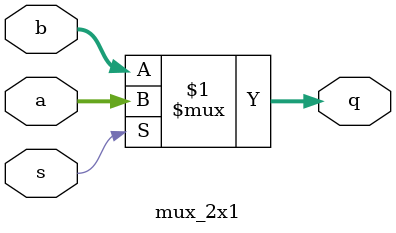
<source format=v>
`timescale 1ns / 1ps


module mux_2x1(a, b, s, q);
    input [31:0]a, b;
    input s;
    output [31:0]q;
    
    assign q = s ? a : b;
endmodule

</source>
